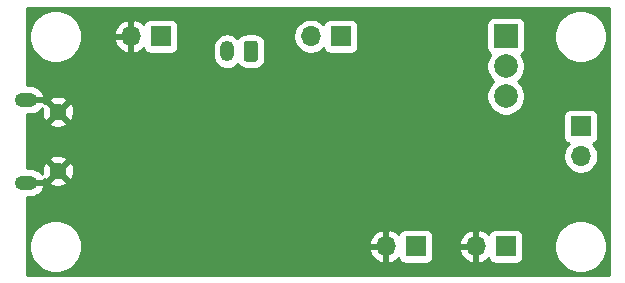
<source format=gbr>
G04 #@! TF.GenerationSoftware,KiCad,Pcbnew,5.1.5+dfsg1-2build2*
G04 #@! TF.CreationDate,2020-07-25T19:40:00-04:00*
G04 #@! TF.ProjectId,lipo-charger,6c69706f-2d63-4686-9172-6765722e6b69,rev?*
G04 #@! TF.SameCoordinates,Original*
G04 #@! TF.FileFunction,Copper,L2,Bot*
G04 #@! TF.FilePolarity,Positive*
%FSLAX46Y46*%
G04 Gerber Fmt 4.6, Leading zero omitted, Abs format (unit mm)*
G04 Created by KiCad (PCBNEW 5.1.5+dfsg1-2build2) date 2020-07-25 19:40:00*
%MOMM*%
%LPD*%
G04 APERTURE LIST*
%ADD10R,1.700000X1.700000*%
%ADD11O,1.700000X1.700000*%
%ADD12C,1.450000*%
%ADD13O,1.900000X1.200000*%
%ADD14C,0.100000*%
%ADD15O,1.200000X1.750000*%
%ADD16R,2.000000X2.000000*%
%ADD17C,2.000000*%
%ADD18C,0.800000*%
%ADD19C,0.899160*%
%ADD20C,0.254000*%
G04 APERTURE END LIST*
D10*
X114300000Y-73660000D03*
D11*
X111760000Y-73660000D03*
D12*
X105602500Y-80050000D03*
X105602500Y-85050000D03*
D13*
X102902500Y-79050000D03*
X102902500Y-86050000D03*
G04 #@! TA.AperFunction,ComponentPad*
D14*
G36*
X122294505Y-74056204D02*
G01*
X122318773Y-74059804D01*
X122342572Y-74065765D01*
X122365671Y-74074030D01*
X122387850Y-74084520D01*
X122408893Y-74097132D01*
X122428599Y-74111747D01*
X122446777Y-74128223D01*
X122463253Y-74146401D01*
X122477868Y-74166107D01*
X122490480Y-74187150D01*
X122500970Y-74209329D01*
X122509235Y-74232428D01*
X122515196Y-74256227D01*
X122518796Y-74280495D01*
X122520000Y-74304999D01*
X122520000Y-75555001D01*
X122518796Y-75579505D01*
X122515196Y-75603773D01*
X122509235Y-75627572D01*
X122500970Y-75650671D01*
X122490480Y-75672850D01*
X122477868Y-75693893D01*
X122463253Y-75713599D01*
X122446777Y-75731777D01*
X122428599Y-75748253D01*
X122408893Y-75762868D01*
X122387850Y-75775480D01*
X122365671Y-75785970D01*
X122342572Y-75794235D01*
X122318773Y-75800196D01*
X122294505Y-75803796D01*
X122270001Y-75805000D01*
X121569999Y-75805000D01*
X121545495Y-75803796D01*
X121521227Y-75800196D01*
X121497428Y-75794235D01*
X121474329Y-75785970D01*
X121452150Y-75775480D01*
X121431107Y-75762868D01*
X121411401Y-75748253D01*
X121393223Y-75731777D01*
X121376747Y-75713599D01*
X121362132Y-75693893D01*
X121349520Y-75672850D01*
X121339030Y-75650671D01*
X121330765Y-75627572D01*
X121324804Y-75603773D01*
X121321204Y-75579505D01*
X121320000Y-75555001D01*
X121320000Y-74304999D01*
X121321204Y-74280495D01*
X121324804Y-74256227D01*
X121330765Y-74232428D01*
X121339030Y-74209329D01*
X121349520Y-74187150D01*
X121362132Y-74166107D01*
X121376747Y-74146401D01*
X121393223Y-74128223D01*
X121411401Y-74111747D01*
X121431107Y-74097132D01*
X121452150Y-74084520D01*
X121474329Y-74074030D01*
X121497428Y-74065765D01*
X121521227Y-74059804D01*
X121545495Y-74056204D01*
X121569999Y-74055000D01*
X122270001Y-74055000D01*
X122294505Y-74056204D01*
G37*
G04 #@! TD.AperFunction*
D15*
X119920000Y-74930000D03*
D11*
X127000000Y-73660000D03*
D10*
X129540000Y-73660000D03*
X135890000Y-91440000D03*
D11*
X133350000Y-91440000D03*
X140970000Y-91440000D03*
D10*
X143510000Y-91440000D03*
X149860000Y-81280000D03*
D11*
X149860000Y-83820000D03*
D16*
X143510000Y-73660000D03*
D17*
X143510000Y-76200000D03*
X143510000Y-78740000D03*
D18*
X107442000Y-77978000D03*
D19*
X118364000Y-87122000D03*
X120396000Y-83566000D03*
X127508000Y-90678000D03*
X124206000Y-92964000D03*
X130429000Y-90297000D03*
X141224000Y-87376000D03*
X146050000Y-87630000D03*
D20*
G36*
X152273000Y-93853000D02*
G01*
X102997000Y-93853000D01*
X102997000Y-91219872D01*
X103175000Y-91219872D01*
X103175000Y-91660128D01*
X103260890Y-92091925D01*
X103429369Y-92498669D01*
X103673962Y-92864729D01*
X103985271Y-93176038D01*
X104351331Y-93420631D01*
X104758075Y-93589110D01*
X105189872Y-93675000D01*
X105630128Y-93675000D01*
X106061925Y-93589110D01*
X106468669Y-93420631D01*
X106834729Y-93176038D01*
X107146038Y-92864729D01*
X107390631Y-92498669D01*
X107559110Y-92091925D01*
X107617796Y-91796891D01*
X131908519Y-91796891D01*
X132005843Y-92071252D01*
X132154822Y-92321355D01*
X132349731Y-92537588D01*
X132583080Y-92711641D01*
X132845901Y-92836825D01*
X132993110Y-92881476D01*
X133223000Y-92760155D01*
X133223000Y-91567000D01*
X132029186Y-91567000D01*
X131908519Y-91796891D01*
X107617796Y-91796891D01*
X107645000Y-91660128D01*
X107645000Y-91219872D01*
X107617797Y-91083109D01*
X131908519Y-91083109D01*
X132029186Y-91313000D01*
X133223000Y-91313000D01*
X133223000Y-90119845D01*
X133477000Y-90119845D01*
X133477000Y-91313000D01*
X133497000Y-91313000D01*
X133497000Y-91567000D01*
X133477000Y-91567000D01*
X133477000Y-92760155D01*
X133706890Y-92881476D01*
X133854099Y-92836825D01*
X134116920Y-92711641D01*
X134350269Y-92537588D01*
X134426034Y-92453534D01*
X134450498Y-92534180D01*
X134509463Y-92644494D01*
X134588815Y-92741185D01*
X134685506Y-92820537D01*
X134795820Y-92879502D01*
X134915518Y-92915812D01*
X135040000Y-92928072D01*
X136740000Y-92928072D01*
X136864482Y-92915812D01*
X136984180Y-92879502D01*
X137094494Y-92820537D01*
X137191185Y-92741185D01*
X137270537Y-92644494D01*
X137329502Y-92534180D01*
X137365812Y-92414482D01*
X137378072Y-92290000D01*
X137378072Y-91796891D01*
X139528519Y-91796891D01*
X139625843Y-92071252D01*
X139774822Y-92321355D01*
X139969731Y-92537588D01*
X140203080Y-92711641D01*
X140465901Y-92836825D01*
X140613110Y-92881476D01*
X140843000Y-92760155D01*
X140843000Y-91567000D01*
X139649186Y-91567000D01*
X139528519Y-91796891D01*
X137378072Y-91796891D01*
X137378072Y-91083109D01*
X139528519Y-91083109D01*
X139649186Y-91313000D01*
X140843000Y-91313000D01*
X140843000Y-90119845D01*
X141097000Y-90119845D01*
X141097000Y-91313000D01*
X141117000Y-91313000D01*
X141117000Y-91567000D01*
X141097000Y-91567000D01*
X141097000Y-92760155D01*
X141326890Y-92881476D01*
X141474099Y-92836825D01*
X141736920Y-92711641D01*
X141970269Y-92537588D01*
X142046034Y-92453534D01*
X142070498Y-92534180D01*
X142129463Y-92644494D01*
X142208815Y-92741185D01*
X142305506Y-92820537D01*
X142415820Y-92879502D01*
X142535518Y-92915812D01*
X142660000Y-92928072D01*
X144360000Y-92928072D01*
X144484482Y-92915812D01*
X144604180Y-92879502D01*
X144714494Y-92820537D01*
X144811185Y-92741185D01*
X144890537Y-92644494D01*
X144949502Y-92534180D01*
X144985812Y-92414482D01*
X144998072Y-92290000D01*
X144998072Y-91219872D01*
X147625000Y-91219872D01*
X147625000Y-91660128D01*
X147710890Y-92091925D01*
X147879369Y-92498669D01*
X148123962Y-92864729D01*
X148435271Y-93176038D01*
X148801331Y-93420631D01*
X149208075Y-93589110D01*
X149639872Y-93675000D01*
X150080128Y-93675000D01*
X150511925Y-93589110D01*
X150918669Y-93420631D01*
X151284729Y-93176038D01*
X151596038Y-92864729D01*
X151840631Y-92498669D01*
X152009110Y-92091925D01*
X152095000Y-91660128D01*
X152095000Y-91219872D01*
X152009110Y-90788075D01*
X151840631Y-90381331D01*
X151596038Y-90015271D01*
X151284729Y-89703962D01*
X150918669Y-89459369D01*
X150511925Y-89290890D01*
X150080128Y-89205000D01*
X149639872Y-89205000D01*
X149208075Y-89290890D01*
X148801331Y-89459369D01*
X148435271Y-89703962D01*
X148123962Y-90015271D01*
X147879369Y-90381331D01*
X147710890Y-90788075D01*
X147625000Y-91219872D01*
X144998072Y-91219872D01*
X144998072Y-90590000D01*
X144985812Y-90465518D01*
X144949502Y-90345820D01*
X144890537Y-90235506D01*
X144811185Y-90138815D01*
X144714494Y-90059463D01*
X144604180Y-90000498D01*
X144484482Y-89964188D01*
X144360000Y-89951928D01*
X142660000Y-89951928D01*
X142535518Y-89964188D01*
X142415820Y-90000498D01*
X142305506Y-90059463D01*
X142208815Y-90138815D01*
X142129463Y-90235506D01*
X142070498Y-90345820D01*
X142046034Y-90426466D01*
X141970269Y-90342412D01*
X141736920Y-90168359D01*
X141474099Y-90043175D01*
X141326890Y-89998524D01*
X141097000Y-90119845D01*
X140843000Y-90119845D01*
X140613110Y-89998524D01*
X140465901Y-90043175D01*
X140203080Y-90168359D01*
X139969731Y-90342412D01*
X139774822Y-90558645D01*
X139625843Y-90808748D01*
X139528519Y-91083109D01*
X137378072Y-91083109D01*
X137378072Y-90590000D01*
X137365812Y-90465518D01*
X137329502Y-90345820D01*
X137270537Y-90235506D01*
X137191185Y-90138815D01*
X137094494Y-90059463D01*
X136984180Y-90000498D01*
X136864482Y-89964188D01*
X136740000Y-89951928D01*
X135040000Y-89951928D01*
X134915518Y-89964188D01*
X134795820Y-90000498D01*
X134685506Y-90059463D01*
X134588815Y-90138815D01*
X134509463Y-90235506D01*
X134450498Y-90345820D01*
X134426034Y-90426466D01*
X134350269Y-90342412D01*
X134116920Y-90168359D01*
X133854099Y-90043175D01*
X133706890Y-89998524D01*
X133477000Y-90119845D01*
X133223000Y-90119845D01*
X132993110Y-89998524D01*
X132845901Y-90043175D01*
X132583080Y-90168359D01*
X132349731Y-90342412D01*
X132154822Y-90558645D01*
X132005843Y-90808748D01*
X131908519Y-91083109D01*
X107617797Y-91083109D01*
X107559110Y-90788075D01*
X107390631Y-90381331D01*
X107146038Y-90015271D01*
X106834729Y-89703962D01*
X106468669Y-89459369D01*
X106061925Y-89290890D01*
X105630128Y-89205000D01*
X105189872Y-89205000D01*
X104758075Y-89290890D01*
X104351331Y-89459369D01*
X103985271Y-89703962D01*
X103673962Y-90015271D01*
X103429369Y-90381331D01*
X103260890Y-90788075D01*
X103175000Y-91219872D01*
X102997000Y-91219872D01*
X102997000Y-87285000D01*
X103379500Y-87285000D01*
X103617996Y-87236493D01*
X103842446Y-87142390D01*
X104044225Y-87006307D01*
X104215578Y-86833474D01*
X104349921Y-86630533D01*
X104442091Y-86405282D01*
X104445962Y-86367609D01*
X104321231Y-86177000D01*
X103029500Y-86177000D01*
X103029500Y-86197000D01*
X102997000Y-86197000D01*
X102997000Y-85989133D01*
X104842972Y-85989133D01*
X104905465Y-86225450D01*
X105148178Y-86338850D01*
X105408349Y-86402719D01*
X105675982Y-86414604D01*
X105940791Y-86374048D01*
X106192600Y-86282609D01*
X106299535Y-86225450D01*
X106362028Y-85989133D01*
X105602500Y-85229605D01*
X104842972Y-85989133D01*
X102997000Y-85989133D01*
X102997000Y-85903000D01*
X103029500Y-85903000D01*
X103029500Y-85923000D01*
X104321231Y-85923000D01*
X104435003Y-85749138D01*
X104663367Y-85809528D01*
X105422895Y-85050000D01*
X105782105Y-85050000D01*
X106541633Y-85809528D01*
X106777950Y-85747035D01*
X106891350Y-85504322D01*
X106955219Y-85244151D01*
X106967104Y-84976518D01*
X106926548Y-84711709D01*
X106835109Y-84459900D01*
X106777950Y-84352965D01*
X106541633Y-84290472D01*
X105782105Y-85050000D01*
X105422895Y-85050000D01*
X104663367Y-84290472D01*
X104427050Y-84352965D01*
X104313650Y-84595678D01*
X104249781Y-84855849D01*
X104237896Y-85123482D01*
X104273115Y-85353442D01*
X104215578Y-85266526D01*
X104044225Y-85093693D01*
X103842446Y-84957610D01*
X103617996Y-84863507D01*
X103379500Y-84815000D01*
X102997000Y-84815000D01*
X102997000Y-84110867D01*
X104842972Y-84110867D01*
X105602500Y-84870395D01*
X106362028Y-84110867D01*
X106299535Y-83874550D01*
X106056822Y-83761150D01*
X105796651Y-83697281D01*
X105529018Y-83685396D01*
X105264209Y-83725952D01*
X105012400Y-83817391D01*
X104905465Y-83874550D01*
X104842972Y-84110867D01*
X102997000Y-84110867D01*
X102997000Y-80989133D01*
X104842972Y-80989133D01*
X104905465Y-81225450D01*
X105148178Y-81338850D01*
X105408349Y-81402719D01*
X105675982Y-81414604D01*
X105940791Y-81374048D01*
X106192600Y-81282609D01*
X106299535Y-81225450D01*
X106362028Y-80989133D01*
X105602500Y-80229605D01*
X104842972Y-80989133D01*
X102997000Y-80989133D01*
X102997000Y-80285000D01*
X103379500Y-80285000D01*
X103617996Y-80236493D01*
X103842446Y-80142390D01*
X104044225Y-80006307D01*
X104215578Y-79833474D01*
X104278671Y-79738164D01*
X104249781Y-79855849D01*
X104237896Y-80123482D01*
X104278452Y-80388291D01*
X104369891Y-80640100D01*
X104427050Y-80747035D01*
X104663367Y-80809528D01*
X105422895Y-80050000D01*
X105782105Y-80050000D01*
X106541633Y-80809528D01*
X106777950Y-80747035D01*
X106891350Y-80504322D01*
X106909595Y-80430000D01*
X148371928Y-80430000D01*
X148371928Y-82130000D01*
X148384188Y-82254482D01*
X148420498Y-82374180D01*
X148479463Y-82484494D01*
X148558815Y-82581185D01*
X148655506Y-82660537D01*
X148765820Y-82719502D01*
X148838380Y-82741513D01*
X148706525Y-82873368D01*
X148544010Y-83116589D01*
X148432068Y-83386842D01*
X148375000Y-83673740D01*
X148375000Y-83966260D01*
X148432068Y-84253158D01*
X148544010Y-84523411D01*
X148706525Y-84766632D01*
X148913368Y-84973475D01*
X149156589Y-85135990D01*
X149426842Y-85247932D01*
X149713740Y-85305000D01*
X150006260Y-85305000D01*
X150293158Y-85247932D01*
X150563411Y-85135990D01*
X150806632Y-84973475D01*
X151013475Y-84766632D01*
X151175990Y-84523411D01*
X151287932Y-84253158D01*
X151345000Y-83966260D01*
X151345000Y-83673740D01*
X151287932Y-83386842D01*
X151175990Y-83116589D01*
X151013475Y-82873368D01*
X150881620Y-82741513D01*
X150954180Y-82719502D01*
X151064494Y-82660537D01*
X151161185Y-82581185D01*
X151240537Y-82484494D01*
X151299502Y-82374180D01*
X151335812Y-82254482D01*
X151348072Y-82130000D01*
X151348072Y-80430000D01*
X151335812Y-80305518D01*
X151299502Y-80185820D01*
X151240537Y-80075506D01*
X151161185Y-79978815D01*
X151064494Y-79899463D01*
X150954180Y-79840498D01*
X150834482Y-79804188D01*
X150710000Y-79791928D01*
X149010000Y-79791928D01*
X148885518Y-79804188D01*
X148765820Y-79840498D01*
X148655506Y-79899463D01*
X148558815Y-79978815D01*
X148479463Y-80075506D01*
X148420498Y-80185820D01*
X148384188Y-80305518D01*
X148371928Y-80430000D01*
X106909595Y-80430000D01*
X106955219Y-80244151D01*
X106967104Y-79976518D01*
X106926548Y-79711709D01*
X106835109Y-79459900D01*
X106777950Y-79352965D01*
X106541633Y-79290472D01*
X105782105Y-80050000D01*
X105422895Y-80050000D01*
X104663367Y-79290472D01*
X104435003Y-79350862D01*
X104321231Y-79177000D01*
X103029500Y-79177000D01*
X103029500Y-79197000D01*
X102997000Y-79197000D01*
X102997000Y-79110867D01*
X104842972Y-79110867D01*
X105602500Y-79870395D01*
X106362028Y-79110867D01*
X106299535Y-78874550D01*
X106056822Y-78761150D01*
X105796651Y-78697281D01*
X105529018Y-78685396D01*
X105264209Y-78725952D01*
X105012400Y-78817391D01*
X104905465Y-78874550D01*
X104842972Y-79110867D01*
X102997000Y-79110867D01*
X102997000Y-78903000D01*
X103029500Y-78903000D01*
X103029500Y-78923000D01*
X104321231Y-78923000D01*
X104445962Y-78732391D01*
X104442091Y-78694718D01*
X104349921Y-78469467D01*
X104215578Y-78266526D01*
X104044225Y-78093693D01*
X103842446Y-77957610D01*
X103617996Y-77863507D01*
X103379500Y-77815000D01*
X102997000Y-77815000D01*
X102997000Y-73439872D01*
X103175000Y-73439872D01*
X103175000Y-73880128D01*
X103260890Y-74311925D01*
X103429369Y-74718669D01*
X103673962Y-75084729D01*
X103985271Y-75396038D01*
X104351331Y-75640631D01*
X104758075Y-75809110D01*
X105189872Y-75895000D01*
X105630128Y-75895000D01*
X106061925Y-75809110D01*
X106468669Y-75640631D01*
X106834729Y-75396038D01*
X107146038Y-75084729D01*
X107390631Y-74718669D01*
X107559110Y-74311925D01*
X107617796Y-74016891D01*
X110318519Y-74016891D01*
X110415843Y-74291252D01*
X110564822Y-74541355D01*
X110759731Y-74757588D01*
X110993080Y-74931641D01*
X111255901Y-75056825D01*
X111403110Y-75101476D01*
X111633000Y-74980155D01*
X111633000Y-73787000D01*
X110439186Y-73787000D01*
X110318519Y-74016891D01*
X107617796Y-74016891D01*
X107645000Y-73880128D01*
X107645000Y-73439872D01*
X107617797Y-73303109D01*
X110318519Y-73303109D01*
X110439186Y-73533000D01*
X111633000Y-73533000D01*
X111633000Y-72339845D01*
X111887000Y-72339845D01*
X111887000Y-73533000D01*
X111907000Y-73533000D01*
X111907000Y-73787000D01*
X111887000Y-73787000D01*
X111887000Y-74980155D01*
X112116890Y-75101476D01*
X112264099Y-75056825D01*
X112526920Y-74931641D01*
X112760269Y-74757588D01*
X112836034Y-74673534D01*
X112860498Y-74754180D01*
X112919463Y-74864494D01*
X112998815Y-74961185D01*
X113095506Y-75040537D01*
X113205820Y-75099502D01*
X113325518Y-75135812D01*
X113450000Y-75148072D01*
X115150000Y-75148072D01*
X115274482Y-75135812D01*
X115394180Y-75099502D01*
X115504494Y-75040537D01*
X115601185Y-74961185D01*
X115680537Y-74864494D01*
X115739502Y-74754180D01*
X115775812Y-74634482D01*
X115779766Y-74594335D01*
X118685000Y-74594335D01*
X118685000Y-75265664D01*
X118702870Y-75447101D01*
X118773489Y-75679900D01*
X118888167Y-75894448D01*
X119042498Y-76082502D01*
X119230551Y-76236833D01*
X119445099Y-76351511D01*
X119677898Y-76422130D01*
X119920000Y-76445975D01*
X120162101Y-76422130D01*
X120394900Y-76351511D01*
X120609448Y-76236833D01*
X120797502Y-76082502D01*
X120829191Y-76043889D01*
X120831595Y-76048387D01*
X120942038Y-76182962D01*
X121076613Y-76293405D01*
X121230149Y-76375472D01*
X121396745Y-76426008D01*
X121569999Y-76443072D01*
X122270001Y-76443072D01*
X122443255Y-76426008D01*
X122609851Y-76375472D01*
X122763387Y-76293405D01*
X122897962Y-76182962D01*
X123008405Y-76048387D01*
X123090472Y-75894851D01*
X123141008Y-75728255D01*
X123158072Y-75555001D01*
X123158072Y-74304999D01*
X123141008Y-74131745D01*
X123090472Y-73965149D01*
X123008405Y-73811613D01*
X122897962Y-73677038D01*
X122763387Y-73566595D01*
X122664503Y-73513740D01*
X125515000Y-73513740D01*
X125515000Y-73806260D01*
X125572068Y-74093158D01*
X125684010Y-74363411D01*
X125846525Y-74606632D01*
X126053368Y-74813475D01*
X126296589Y-74975990D01*
X126566842Y-75087932D01*
X126853740Y-75145000D01*
X127146260Y-75145000D01*
X127433158Y-75087932D01*
X127703411Y-74975990D01*
X127946632Y-74813475D01*
X128078487Y-74681620D01*
X128100498Y-74754180D01*
X128159463Y-74864494D01*
X128238815Y-74961185D01*
X128335506Y-75040537D01*
X128445820Y-75099502D01*
X128565518Y-75135812D01*
X128690000Y-75148072D01*
X130390000Y-75148072D01*
X130514482Y-75135812D01*
X130634180Y-75099502D01*
X130744494Y-75040537D01*
X130841185Y-74961185D01*
X130920537Y-74864494D01*
X130979502Y-74754180D01*
X131015812Y-74634482D01*
X131028072Y-74510000D01*
X131028072Y-72810000D01*
X131015812Y-72685518D01*
X131008072Y-72660000D01*
X141871928Y-72660000D01*
X141871928Y-74660000D01*
X141884188Y-74784482D01*
X141920498Y-74904180D01*
X141979463Y-75014494D01*
X142058815Y-75111185D01*
X142155506Y-75190537D01*
X142201630Y-75215191D01*
X142061082Y-75425537D01*
X141937832Y-75723088D01*
X141875000Y-76038967D01*
X141875000Y-76361033D01*
X141937832Y-76676912D01*
X142061082Y-76974463D01*
X142240013Y-77242252D01*
X142467748Y-77469987D01*
X142467767Y-77470000D01*
X142467748Y-77470013D01*
X142240013Y-77697748D01*
X142061082Y-77965537D01*
X141937832Y-78263088D01*
X141875000Y-78578967D01*
X141875000Y-78901033D01*
X141937832Y-79216912D01*
X142061082Y-79514463D01*
X142240013Y-79782252D01*
X142467748Y-80009987D01*
X142735537Y-80188918D01*
X143033088Y-80312168D01*
X143348967Y-80375000D01*
X143671033Y-80375000D01*
X143986912Y-80312168D01*
X144284463Y-80188918D01*
X144552252Y-80009987D01*
X144779987Y-79782252D01*
X144958918Y-79514463D01*
X145082168Y-79216912D01*
X145145000Y-78901033D01*
X145145000Y-78578967D01*
X145082168Y-78263088D01*
X144958918Y-77965537D01*
X144779987Y-77697748D01*
X144552252Y-77470013D01*
X144552233Y-77470000D01*
X144552252Y-77469987D01*
X144779987Y-77242252D01*
X144958918Y-76974463D01*
X145082168Y-76676912D01*
X145145000Y-76361033D01*
X145145000Y-76038967D01*
X145082168Y-75723088D01*
X144958918Y-75425537D01*
X144818370Y-75215191D01*
X144864494Y-75190537D01*
X144961185Y-75111185D01*
X145040537Y-75014494D01*
X145099502Y-74904180D01*
X145135812Y-74784482D01*
X145148072Y-74660000D01*
X145148072Y-73439872D01*
X147625000Y-73439872D01*
X147625000Y-73880128D01*
X147710890Y-74311925D01*
X147879369Y-74718669D01*
X148123962Y-75084729D01*
X148435271Y-75396038D01*
X148801331Y-75640631D01*
X149208075Y-75809110D01*
X149639872Y-75895000D01*
X150080128Y-75895000D01*
X150511925Y-75809110D01*
X150918669Y-75640631D01*
X151284729Y-75396038D01*
X151596038Y-75084729D01*
X151840631Y-74718669D01*
X152009110Y-74311925D01*
X152095000Y-73880128D01*
X152095000Y-73439872D01*
X152009110Y-73008075D01*
X151840631Y-72601331D01*
X151596038Y-72235271D01*
X151284729Y-71923962D01*
X150918669Y-71679369D01*
X150511925Y-71510890D01*
X150080128Y-71425000D01*
X149639872Y-71425000D01*
X149208075Y-71510890D01*
X148801331Y-71679369D01*
X148435271Y-71923962D01*
X148123962Y-72235271D01*
X147879369Y-72601331D01*
X147710890Y-73008075D01*
X147625000Y-73439872D01*
X145148072Y-73439872D01*
X145148072Y-72660000D01*
X145135812Y-72535518D01*
X145099502Y-72415820D01*
X145040537Y-72305506D01*
X144961185Y-72208815D01*
X144864494Y-72129463D01*
X144754180Y-72070498D01*
X144634482Y-72034188D01*
X144510000Y-72021928D01*
X142510000Y-72021928D01*
X142385518Y-72034188D01*
X142265820Y-72070498D01*
X142155506Y-72129463D01*
X142058815Y-72208815D01*
X141979463Y-72305506D01*
X141920498Y-72415820D01*
X141884188Y-72535518D01*
X141871928Y-72660000D01*
X131008072Y-72660000D01*
X130979502Y-72565820D01*
X130920537Y-72455506D01*
X130841185Y-72358815D01*
X130744494Y-72279463D01*
X130634180Y-72220498D01*
X130514482Y-72184188D01*
X130390000Y-72171928D01*
X128690000Y-72171928D01*
X128565518Y-72184188D01*
X128445820Y-72220498D01*
X128335506Y-72279463D01*
X128238815Y-72358815D01*
X128159463Y-72455506D01*
X128100498Y-72565820D01*
X128078487Y-72638380D01*
X127946632Y-72506525D01*
X127703411Y-72344010D01*
X127433158Y-72232068D01*
X127146260Y-72175000D01*
X126853740Y-72175000D01*
X126566842Y-72232068D01*
X126296589Y-72344010D01*
X126053368Y-72506525D01*
X125846525Y-72713368D01*
X125684010Y-72956589D01*
X125572068Y-73226842D01*
X125515000Y-73513740D01*
X122664503Y-73513740D01*
X122609851Y-73484528D01*
X122443255Y-73433992D01*
X122270001Y-73416928D01*
X121569999Y-73416928D01*
X121396745Y-73433992D01*
X121230149Y-73484528D01*
X121076613Y-73566595D01*
X120942038Y-73677038D01*
X120831595Y-73811613D01*
X120829191Y-73816111D01*
X120797502Y-73777498D01*
X120609449Y-73623167D01*
X120394901Y-73508489D01*
X120162102Y-73437870D01*
X119920000Y-73414025D01*
X119677899Y-73437870D01*
X119445100Y-73508489D01*
X119230552Y-73623167D01*
X119042499Y-73777498D01*
X118888168Y-73965551D01*
X118773489Y-74180099D01*
X118702870Y-74412898D01*
X118685000Y-74594335D01*
X115779766Y-74594335D01*
X115788072Y-74510000D01*
X115788072Y-72810000D01*
X115775812Y-72685518D01*
X115739502Y-72565820D01*
X115680537Y-72455506D01*
X115601185Y-72358815D01*
X115504494Y-72279463D01*
X115394180Y-72220498D01*
X115274482Y-72184188D01*
X115150000Y-72171928D01*
X113450000Y-72171928D01*
X113325518Y-72184188D01*
X113205820Y-72220498D01*
X113095506Y-72279463D01*
X112998815Y-72358815D01*
X112919463Y-72455506D01*
X112860498Y-72565820D01*
X112836034Y-72646466D01*
X112760269Y-72562412D01*
X112526920Y-72388359D01*
X112264099Y-72263175D01*
X112116890Y-72218524D01*
X111887000Y-72339845D01*
X111633000Y-72339845D01*
X111403110Y-72218524D01*
X111255901Y-72263175D01*
X110993080Y-72388359D01*
X110759731Y-72562412D01*
X110564822Y-72778645D01*
X110415843Y-73028748D01*
X110318519Y-73303109D01*
X107617797Y-73303109D01*
X107559110Y-73008075D01*
X107390631Y-72601331D01*
X107146038Y-72235271D01*
X106834729Y-71923962D01*
X106468669Y-71679369D01*
X106061925Y-71510890D01*
X105630128Y-71425000D01*
X105189872Y-71425000D01*
X104758075Y-71510890D01*
X104351331Y-71679369D01*
X103985271Y-71923962D01*
X103673962Y-72235271D01*
X103429369Y-72601331D01*
X103260890Y-73008075D01*
X103175000Y-73439872D01*
X102997000Y-73439872D01*
X102997000Y-71247000D01*
X152273000Y-71247000D01*
X152273000Y-93853000D01*
G37*
X152273000Y-93853000D02*
X102997000Y-93853000D01*
X102997000Y-91219872D01*
X103175000Y-91219872D01*
X103175000Y-91660128D01*
X103260890Y-92091925D01*
X103429369Y-92498669D01*
X103673962Y-92864729D01*
X103985271Y-93176038D01*
X104351331Y-93420631D01*
X104758075Y-93589110D01*
X105189872Y-93675000D01*
X105630128Y-93675000D01*
X106061925Y-93589110D01*
X106468669Y-93420631D01*
X106834729Y-93176038D01*
X107146038Y-92864729D01*
X107390631Y-92498669D01*
X107559110Y-92091925D01*
X107617796Y-91796891D01*
X131908519Y-91796891D01*
X132005843Y-92071252D01*
X132154822Y-92321355D01*
X132349731Y-92537588D01*
X132583080Y-92711641D01*
X132845901Y-92836825D01*
X132993110Y-92881476D01*
X133223000Y-92760155D01*
X133223000Y-91567000D01*
X132029186Y-91567000D01*
X131908519Y-91796891D01*
X107617796Y-91796891D01*
X107645000Y-91660128D01*
X107645000Y-91219872D01*
X107617797Y-91083109D01*
X131908519Y-91083109D01*
X132029186Y-91313000D01*
X133223000Y-91313000D01*
X133223000Y-90119845D01*
X133477000Y-90119845D01*
X133477000Y-91313000D01*
X133497000Y-91313000D01*
X133497000Y-91567000D01*
X133477000Y-91567000D01*
X133477000Y-92760155D01*
X133706890Y-92881476D01*
X133854099Y-92836825D01*
X134116920Y-92711641D01*
X134350269Y-92537588D01*
X134426034Y-92453534D01*
X134450498Y-92534180D01*
X134509463Y-92644494D01*
X134588815Y-92741185D01*
X134685506Y-92820537D01*
X134795820Y-92879502D01*
X134915518Y-92915812D01*
X135040000Y-92928072D01*
X136740000Y-92928072D01*
X136864482Y-92915812D01*
X136984180Y-92879502D01*
X137094494Y-92820537D01*
X137191185Y-92741185D01*
X137270537Y-92644494D01*
X137329502Y-92534180D01*
X137365812Y-92414482D01*
X137378072Y-92290000D01*
X137378072Y-91796891D01*
X139528519Y-91796891D01*
X139625843Y-92071252D01*
X139774822Y-92321355D01*
X139969731Y-92537588D01*
X140203080Y-92711641D01*
X140465901Y-92836825D01*
X140613110Y-92881476D01*
X140843000Y-92760155D01*
X140843000Y-91567000D01*
X139649186Y-91567000D01*
X139528519Y-91796891D01*
X137378072Y-91796891D01*
X137378072Y-91083109D01*
X139528519Y-91083109D01*
X139649186Y-91313000D01*
X140843000Y-91313000D01*
X140843000Y-90119845D01*
X141097000Y-90119845D01*
X141097000Y-91313000D01*
X141117000Y-91313000D01*
X141117000Y-91567000D01*
X141097000Y-91567000D01*
X141097000Y-92760155D01*
X141326890Y-92881476D01*
X141474099Y-92836825D01*
X141736920Y-92711641D01*
X141970269Y-92537588D01*
X142046034Y-92453534D01*
X142070498Y-92534180D01*
X142129463Y-92644494D01*
X142208815Y-92741185D01*
X142305506Y-92820537D01*
X142415820Y-92879502D01*
X142535518Y-92915812D01*
X142660000Y-92928072D01*
X144360000Y-92928072D01*
X144484482Y-92915812D01*
X144604180Y-92879502D01*
X144714494Y-92820537D01*
X144811185Y-92741185D01*
X144890537Y-92644494D01*
X144949502Y-92534180D01*
X144985812Y-92414482D01*
X144998072Y-92290000D01*
X144998072Y-91219872D01*
X147625000Y-91219872D01*
X147625000Y-91660128D01*
X147710890Y-92091925D01*
X147879369Y-92498669D01*
X148123962Y-92864729D01*
X148435271Y-93176038D01*
X148801331Y-93420631D01*
X149208075Y-93589110D01*
X149639872Y-93675000D01*
X150080128Y-93675000D01*
X150511925Y-93589110D01*
X150918669Y-93420631D01*
X151284729Y-93176038D01*
X151596038Y-92864729D01*
X151840631Y-92498669D01*
X152009110Y-92091925D01*
X152095000Y-91660128D01*
X152095000Y-91219872D01*
X152009110Y-90788075D01*
X151840631Y-90381331D01*
X151596038Y-90015271D01*
X151284729Y-89703962D01*
X150918669Y-89459369D01*
X150511925Y-89290890D01*
X150080128Y-89205000D01*
X149639872Y-89205000D01*
X149208075Y-89290890D01*
X148801331Y-89459369D01*
X148435271Y-89703962D01*
X148123962Y-90015271D01*
X147879369Y-90381331D01*
X147710890Y-90788075D01*
X147625000Y-91219872D01*
X144998072Y-91219872D01*
X144998072Y-90590000D01*
X144985812Y-90465518D01*
X144949502Y-90345820D01*
X144890537Y-90235506D01*
X144811185Y-90138815D01*
X144714494Y-90059463D01*
X144604180Y-90000498D01*
X144484482Y-89964188D01*
X144360000Y-89951928D01*
X142660000Y-89951928D01*
X142535518Y-89964188D01*
X142415820Y-90000498D01*
X142305506Y-90059463D01*
X142208815Y-90138815D01*
X142129463Y-90235506D01*
X142070498Y-90345820D01*
X142046034Y-90426466D01*
X141970269Y-90342412D01*
X141736920Y-90168359D01*
X141474099Y-90043175D01*
X141326890Y-89998524D01*
X141097000Y-90119845D01*
X140843000Y-90119845D01*
X140613110Y-89998524D01*
X140465901Y-90043175D01*
X140203080Y-90168359D01*
X139969731Y-90342412D01*
X139774822Y-90558645D01*
X139625843Y-90808748D01*
X139528519Y-91083109D01*
X137378072Y-91083109D01*
X137378072Y-90590000D01*
X137365812Y-90465518D01*
X137329502Y-90345820D01*
X137270537Y-90235506D01*
X137191185Y-90138815D01*
X137094494Y-90059463D01*
X136984180Y-90000498D01*
X136864482Y-89964188D01*
X136740000Y-89951928D01*
X135040000Y-89951928D01*
X134915518Y-89964188D01*
X134795820Y-90000498D01*
X134685506Y-90059463D01*
X134588815Y-90138815D01*
X134509463Y-90235506D01*
X134450498Y-90345820D01*
X134426034Y-90426466D01*
X134350269Y-90342412D01*
X134116920Y-90168359D01*
X133854099Y-90043175D01*
X133706890Y-89998524D01*
X133477000Y-90119845D01*
X133223000Y-90119845D01*
X132993110Y-89998524D01*
X132845901Y-90043175D01*
X132583080Y-90168359D01*
X132349731Y-90342412D01*
X132154822Y-90558645D01*
X132005843Y-90808748D01*
X131908519Y-91083109D01*
X107617797Y-91083109D01*
X107559110Y-90788075D01*
X107390631Y-90381331D01*
X107146038Y-90015271D01*
X106834729Y-89703962D01*
X106468669Y-89459369D01*
X106061925Y-89290890D01*
X105630128Y-89205000D01*
X105189872Y-89205000D01*
X104758075Y-89290890D01*
X104351331Y-89459369D01*
X103985271Y-89703962D01*
X103673962Y-90015271D01*
X103429369Y-90381331D01*
X103260890Y-90788075D01*
X103175000Y-91219872D01*
X102997000Y-91219872D01*
X102997000Y-87285000D01*
X103379500Y-87285000D01*
X103617996Y-87236493D01*
X103842446Y-87142390D01*
X104044225Y-87006307D01*
X104215578Y-86833474D01*
X104349921Y-86630533D01*
X104442091Y-86405282D01*
X104445962Y-86367609D01*
X104321231Y-86177000D01*
X103029500Y-86177000D01*
X103029500Y-86197000D01*
X102997000Y-86197000D01*
X102997000Y-85989133D01*
X104842972Y-85989133D01*
X104905465Y-86225450D01*
X105148178Y-86338850D01*
X105408349Y-86402719D01*
X105675982Y-86414604D01*
X105940791Y-86374048D01*
X106192600Y-86282609D01*
X106299535Y-86225450D01*
X106362028Y-85989133D01*
X105602500Y-85229605D01*
X104842972Y-85989133D01*
X102997000Y-85989133D01*
X102997000Y-85903000D01*
X103029500Y-85903000D01*
X103029500Y-85923000D01*
X104321231Y-85923000D01*
X104435003Y-85749138D01*
X104663367Y-85809528D01*
X105422895Y-85050000D01*
X105782105Y-85050000D01*
X106541633Y-85809528D01*
X106777950Y-85747035D01*
X106891350Y-85504322D01*
X106955219Y-85244151D01*
X106967104Y-84976518D01*
X106926548Y-84711709D01*
X106835109Y-84459900D01*
X106777950Y-84352965D01*
X106541633Y-84290472D01*
X105782105Y-85050000D01*
X105422895Y-85050000D01*
X104663367Y-84290472D01*
X104427050Y-84352965D01*
X104313650Y-84595678D01*
X104249781Y-84855849D01*
X104237896Y-85123482D01*
X104273115Y-85353442D01*
X104215578Y-85266526D01*
X104044225Y-85093693D01*
X103842446Y-84957610D01*
X103617996Y-84863507D01*
X103379500Y-84815000D01*
X102997000Y-84815000D01*
X102997000Y-84110867D01*
X104842972Y-84110867D01*
X105602500Y-84870395D01*
X106362028Y-84110867D01*
X106299535Y-83874550D01*
X106056822Y-83761150D01*
X105796651Y-83697281D01*
X105529018Y-83685396D01*
X105264209Y-83725952D01*
X105012400Y-83817391D01*
X104905465Y-83874550D01*
X104842972Y-84110867D01*
X102997000Y-84110867D01*
X102997000Y-80989133D01*
X104842972Y-80989133D01*
X104905465Y-81225450D01*
X105148178Y-81338850D01*
X105408349Y-81402719D01*
X105675982Y-81414604D01*
X105940791Y-81374048D01*
X106192600Y-81282609D01*
X106299535Y-81225450D01*
X106362028Y-80989133D01*
X105602500Y-80229605D01*
X104842972Y-80989133D01*
X102997000Y-80989133D01*
X102997000Y-80285000D01*
X103379500Y-80285000D01*
X103617996Y-80236493D01*
X103842446Y-80142390D01*
X104044225Y-80006307D01*
X104215578Y-79833474D01*
X104278671Y-79738164D01*
X104249781Y-79855849D01*
X104237896Y-80123482D01*
X104278452Y-80388291D01*
X104369891Y-80640100D01*
X104427050Y-80747035D01*
X104663367Y-80809528D01*
X105422895Y-80050000D01*
X105782105Y-80050000D01*
X106541633Y-80809528D01*
X106777950Y-80747035D01*
X106891350Y-80504322D01*
X106909595Y-80430000D01*
X148371928Y-80430000D01*
X148371928Y-82130000D01*
X148384188Y-82254482D01*
X148420498Y-82374180D01*
X148479463Y-82484494D01*
X148558815Y-82581185D01*
X148655506Y-82660537D01*
X148765820Y-82719502D01*
X148838380Y-82741513D01*
X148706525Y-82873368D01*
X148544010Y-83116589D01*
X148432068Y-83386842D01*
X148375000Y-83673740D01*
X148375000Y-83966260D01*
X148432068Y-84253158D01*
X148544010Y-84523411D01*
X148706525Y-84766632D01*
X148913368Y-84973475D01*
X149156589Y-85135990D01*
X149426842Y-85247932D01*
X149713740Y-85305000D01*
X150006260Y-85305000D01*
X150293158Y-85247932D01*
X150563411Y-85135990D01*
X150806632Y-84973475D01*
X151013475Y-84766632D01*
X151175990Y-84523411D01*
X151287932Y-84253158D01*
X151345000Y-83966260D01*
X151345000Y-83673740D01*
X151287932Y-83386842D01*
X151175990Y-83116589D01*
X151013475Y-82873368D01*
X150881620Y-82741513D01*
X150954180Y-82719502D01*
X151064494Y-82660537D01*
X151161185Y-82581185D01*
X151240537Y-82484494D01*
X151299502Y-82374180D01*
X151335812Y-82254482D01*
X151348072Y-82130000D01*
X151348072Y-80430000D01*
X151335812Y-80305518D01*
X151299502Y-80185820D01*
X151240537Y-80075506D01*
X151161185Y-79978815D01*
X151064494Y-79899463D01*
X150954180Y-79840498D01*
X150834482Y-79804188D01*
X150710000Y-79791928D01*
X149010000Y-79791928D01*
X148885518Y-79804188D01*
X148765820Y-79840498D01*
X148655506Y-79899463D01*
X148558815Y-79978815D01*
X148479463Y-80075506D01*
X148420498Y-80185820D01*
X148384188Y-80305518D01*
X148371928Y-80430000D01*
X106909595Y-80430000D01*
X106955219Y-80244151D01*
X106967104Y-79976518D01*
X106926548Y-79711709D01*
X106835109Y-79459900D01*
X106777950Y-79352965D01*
X106541633Y-79290472D01*
X105782105Y-80050000D01*
X105422895Y-80050000D01*
X104663367Y-79290472D01*
X104435003Y-79350862D01*
X104321231Y-79177000D01*
X103029500Y-79177000D01*
X103029500Y-79197000D01*
X102997000Y-79197000D01*
X102997000Y-79110867D01*
X104842972Y-79110867D01*
X105602500Y-79870395D01*
X106362028Y-79110867D01*
X106299535Y-78874550D01*
X106056822Y-78761150D01*
X105796651Y-78697281D01*
X105529018Y-78685396D01*
X105264209Y-78725952D01*
X105012400Y-78817391D01*
X104905465Y-78874550D01*
X104842972Y-79110867D01*
X102997000Y-79110867D01*
X102997000Y-78903000D01*
X103029500Y-78903000D01*
X103029500Y-78923000D01*
X104321231Y-78923000D01*
X104445962Y-78732391D01*
X104442091Y-78694718D01*
X104349921Y-78469467D01*
X104215578Y-78266526D01*
X104044225Y-78093693D01*
X103842446Y-77957610D01*
X103617996Y-77863507D01*
X103379500Y-77815000D01*
X102997000Y-77815000D01*
X102997000Y-73439872D01*
X103175000Y-73439872D01*
X103175000Y-73880128D01*
X103260890Y-74311925D01*
X103429369Y-74718669D01*
X103673962Y-75084729D01*
X103985271Y-75396038D01*
X104351331Y-75640631D01*
X104758075Y-75809110D01*
X105189872Y-75895000D01*
X105630128Y-75895000D01*
X106061925Y-75809110D01*
X106468669Y-75640631D01*
X106834729Y-75396038D01*
X107146038Y-75084729D01*
X107390631Y-74718669D01*
X107559110Y-74311925D01*
X107617796Y-74016891D01*
X110318519Y-74016891D01*
X110415843Y-74291252D01*
X110564822Y-74541355D01*
X110759731Y-74757588D01*
X110993080Y-74931641D01*
X111255901Y-75056825D01*
X111403110Y-75101476D01*
X111633000Y-74980155D01*
X111633000Y-73787000D01*
X110439186Y-73787000D01*
X110318519Y-74016891D01*
X107617796Y-74016891D01*
X107645000Y-73880128D01*
X107645000Y-73439872D01*
X107617797Y-73303109D01*
X110318519Y-73303109D01*
X110439186Y-73533000D01*
X111633000Y-73533000D01*
X111633000Y-72339845D01*
X111887000Y-72339845D01*
X111887000Y-73533000D01*
X111907000Y-73533000D01*
X111907000Y-73787000D01*
X111887000Y-73787000D01*
X111887000Y-74980155D01*
X112116890Y-75101476D01*
X112264099Y-75056825D01*
X112526920Y-74931641D01*
X112760269Y-74757588D01*
X112836034Y-74673534D01*
X112860498Y-74754180D01*
X112919463Y-74864494D01*
X112998815Y-74961185D01*
X113095506Y-75040537D01*
X113205820Y-75099502D01*
X113325518Y-75135812D01*
X113450000Y-75148072D01*
X115150000Y-75148072D01*
X115274482Y-75135812D01*
X115394180Y-75099502D01*
X115504494Y-75040537D01*
X115601185Y-74961185D01*
X115680537Y-74864494D01*
X115739502Y-74754180D01*
X115775812Y-74634482D01*
X115779766Y-74594335D01*
X118685000Y-74594335D01*
X118685000Y-75265664D01*
X118702870Y-75447101D01*
X118773489Y-75679900D01*
X118888167Y-75894448D01*
X119042498Y-76082502D01*
X119230551Y-76236833D01*
X119445099Y-76351511D01*
X119677898Y-76422130D01*
X119920000Y-76445975D01*
X120162101Y-76422130D01*
X120394900Y-76351511D01*
X120609448Y-76236833D01*
X120797502Y-76082502D01*
X120829191Y-76043889D01*
X120831595Y-76048387D01*
X120942038Y-76182962D01*
X121076613Y-76293405D01*
X121230149Y-76375472D01*
X121396745Y-76426008D01*
X121569999Y-76443072D01*
X122270001Y-76443072D01*
X122443255Y-76426008D01*
X122609851Y-76375472D01*
X122763387Y-76293405D01*
X122897962Y-76182962D01*
X123008405Y-76048387D01*
X123090472Y-75894851D01*
X123141008Y-75728255D01*
X123158072Y-75555001D01*
X123158072Y-74304999D01*
X123141008Y-74131745D01*
X123090472Y-73965149D01*
X123008405Y-73811613D01*
X122897962Y-73677038D01*
X122763387Y-73566595D01*
X122664503Y-73513740D01*
X125515000Y-73513740D01*
X125515000Y-73806260D01*
X125572068Y-74093158D01*
X125684010Y-74363411D01*
X125846525Y-74606632D01*
X126053368Y-74813475D01*
X126296589Y-74975990D01*
X126566842Y-75087932D01*
X126853740Y-75145000D01*
X127146260Y-75145000D01*
X127433158Y-75087932D01*
X127703411Y-74975990D01*
X127946632Y-74813475D01*
X128078487Y-74681620D01*
X128100498Y-74754180D01*
X128159463Y-74864494D01*
X128238815Y-74961185D01*
X128335506Y-75040537D01*
X128445820Y-75099502D01*
X128565518Y-75135812D01*
X128690000Y-75148072D01*
X130390000Y-75148072D01*
X130514482Y-75135812D01*
X130634180Y-75099502D01*
X130744494Y-75040537D01*
X130841185Y-74961185D01*
X130920537Y-74864494D01*
X130979502Y-74754180D01*
X131015812Y-74634482D01*
X131028072Y-74510000D01*
X131028072Y-72810000D01*
X131015812Y-72685518D01*
X131008072Y-72660000D01*
X141871928Y-72660000D01*
X141871928Y-74660000D01*
X141884188Y-74784482D01*
X141920498Y-74904180D01*
X141979463Y-75014494D01*
X142058815Y-75111185D01*
X142155506Y-75190537D01*
X142201630Y-75215191D01*
X142061082Y-75425537D01*
X141937832Y-75723088D01*
X141875000Y-76038967D01*
X141875000Y-76361033D01*
X141937832Y-76676912D01*
X142061082Y-76974463D01*
X142240013Y-77242252D01*
X142467748Y-77469987D01*
X142467767Y-77470000D01*
X142467748Y-77470013D01*
X142240013Y-77697748D01*
X142061082Y-77965537D01*
X141937832Y-78263088D01*
X141875000Y-78578967D01*
X141875000Y-78901033D01*
X141937832Y-79216912D01*
X142061082Y-79514463D01*
X142240013Y-79782252D01*
X142467748Y-80009987D01*
X142735537Y-80188918D01*
X143033088Y-80312168D01*
X143348967Y-80375000D01*
X143671033Y-80375000D01*
X143986912Y-80312168D01*
X144284463Y-80188918D01*
X144552252Y-80009987D01*
X144779987Y-79782252D01*
X144958918Y-79514463D01*
X145082168Y-79216912D01*
X145145000Y-78901033D01*
X145145000Y-78578967D01*
X145082168Y-78263088D01*
X144958918Y-77965537D01*
X144779987Y-77697748D01*
X144552252Y-77470013D01*
X144552233Y-77470000D01*
X144552252Y-77469987D01*
X144779987Y-77242252D01*
X144958918Y-76974463D01*
X145082168Y-76676912D01*
X145145000Y-76361033D01*
X145145000Y-76038967D01*
X145082168Y-75723088D01*
X144958918Y-75425537D01*
X144818370Y-75215191D01*
X144864494Y-75190537D01*
X144961185Y-75111185D01*
X145040537Y-75014494D01*
X145099502Y-74904180D01*
X145135812Y-74784482D01*
X145148072Y-74660000D01*
X145148072Y-73439872D01*
X147625000Y-73439872D01*
X147625000Y-73880128D01*
X147710890Y-74311925D01*
X147879369Y-74718669D01*
X148123962Y-75084729D01*
X148435271Y-75396038D01*
X148801331Y-75640631D01*
X149208075Y-75809110D01*
X149639872Y-75895000D01*
X150080128Y-75895000D01*
X150511925Y-75809110D01*
X150918669Y-75640631D01*
X151284729Y-75396038D01*
X151596038Y-75084729D01*
X151840631Y-74718669D01*
X152009110Y-74311925D01*
X152095000Y-73880128D01*
X152095000Y-73439872D01*
X152009110Y-73008075D01*
X151840631Y-72601331D01*
X151596038Y-72235271D01*
X151284729Y-71923962D01*
X150918669Y-71679369D01*
X150511925Y-71510890D01*
X150080128Y-71425000D01*
X149639872Y-71425000D01*
X149208075Y-71510890D01*
X148801331Y-71679369D01*
X148435271Y-71923962D01*
X148123962Y-72235271D01*
X147879369Y-72601331D01*
X147710890Y-73008075D01*
X147625000Y-73439872D01*
X145148072Y-73439872D01*
X145148072Y-72660000D01*
X145135812Y-72535518D01*
X145099502Y-72415820D01*
X145040537Y-72305506D01*
X144961185Y-72208815D01*
X144864494Y-72129463D01*
X144754180Y-72070498D01*
X144634482Y-72034188D01*
X144510000Y-72021928D01*
X142510000Y-72021928D01*
X142385518Y-72034188D01*
X142265820Y-72070498D01*
X142155506Y-72129463D01*
X142058815Y-72208815D01*
X141979463Y-72305506D01*
X141920498Y-72415820D01*
X141884188Y-72535518D01*
X141871928Y-72660000D01*
X131008072Y-72660000D01*
X130979502Y-72565820D01*
X130920537Y-72455506D01*
X130841185Y-72358815D01*
X130744494Y-72279463D01*
X130634180Y-72220498D01*
X130514482Y-72184188D01*
X130390000Y-72171928D01*
X128690000Y-72171928D01*
X128565518Y-72184188D01*
X128445820Y-72220498D01*
X128335506Y-72279463D01*
X128238815Y-72358815D01*
X128159463Y-72455506D01*
X128100498Y-72565820D01*
X128078487Y-72638380D01*
X127946632Y-72506525D01*
X127703411Y-72344010D01*
X127433158Y-72232068D01*
X127146260Y-72175000D01*
X126853740Y-72175000D01*
X126566842Y-72232068D01*
X126296589Y-72344010D01*
X126053368Y-72506525D01*
X125846525Y-72713368D01*
X125684010Y-72956589D01*
X125572068Y-73226842D01*
X125515000Y-73513740D01*
X122664503Y-73513740D01*
X122609851Y-73484528D01*
X122443255Y-73433992D01*
X122270001Y-73416928D01*
X121569999Y-73416928D01*
X121396745Y-73433992D01*
X121230149Y-73484528D01*
X121076613Y-73566595D01*
X120942038Y-73677038D01*
X120831595Y-73811613D01*
X120829191Y-73816111D01*
X120797502Y-73777498D01*
X120609449Y-73623167D01*
X120394901Y-73508489D01*
X120162102Y-73437870D01*
X119920000Y-73414025D01*
X119677899Y-73437870D01*
X119445100Y-73508489D01*
X119230552Y-73623167D01*
X119042499Y-73777498D01*
X118888168Y-73965551D01*
X118773489Y-74180099D01*
X118702870Y-74412898D01*
X118685000Y-74594335D01*
X115779766Y-74594335D01*
X115788072Y-74510000D01*
X115788072Y-72810000D01*
X115775812Y-72685518D01*
X115739502Y-72565820D01*
X115680537Y-72455506D01*
X115601185Y-72358815D01*
X115504494Y-72279463D01*
X115394180Y-72220498D01*
X115274482Y-72184188D01*
X115150000Y-72171928D01*
X113450000Y-72171928D01*
X113325518Y-72184188D01*
X113205820Y-72220498D01*
X113095506Y-72279463D01*
X112998815Y-72358815D01*
X112919463Y-72455506D01*
X112860498Y-72565820D01*
X112836034Y-72646466D01*
X112760269Y-72562412D01*
X112526920Y-72388359D01*
X112264099Y-72263175D01*
X112116890Y-72218524D01*
X111887000Y-72339845D01*
X111633000Y-72339845D01*
X111403110Y-72218524D01*
X111255901Y-72263175D01*
X110993080Y-72388359D01*
X110759731Y-72562412D01*
X110564822Y-72778645D01*
X110415843Y-73028748D01*
X110318519Y-73303109D01*
X107617797Y-73303109D01*
X107559110Y-73008075D01*
X107390631Y-72601331D01*
X107146038Y-72235271D01*
X106834729Y-71923962D01*
X106468669Y-71679369D01*
X106061925Y-71510890D01*
X105630128Y-71425000D01*
X105189872Y-71425000D01*
X104758075Y-71510890D01*
X104351331Y-71679369D01*
X103985271Y-71923962D01*
X103673962Y-72235271D01*
X103429369Y-72601331D01*
X103260890Y-73008075D01*
X103175000Y-73439872D01*
X102997000Y-73439872D01*
X102997000Y-71247000D01*
X152273000Y-71247000D01*
X152273000Y-93853000D01*
M02*

</source>
